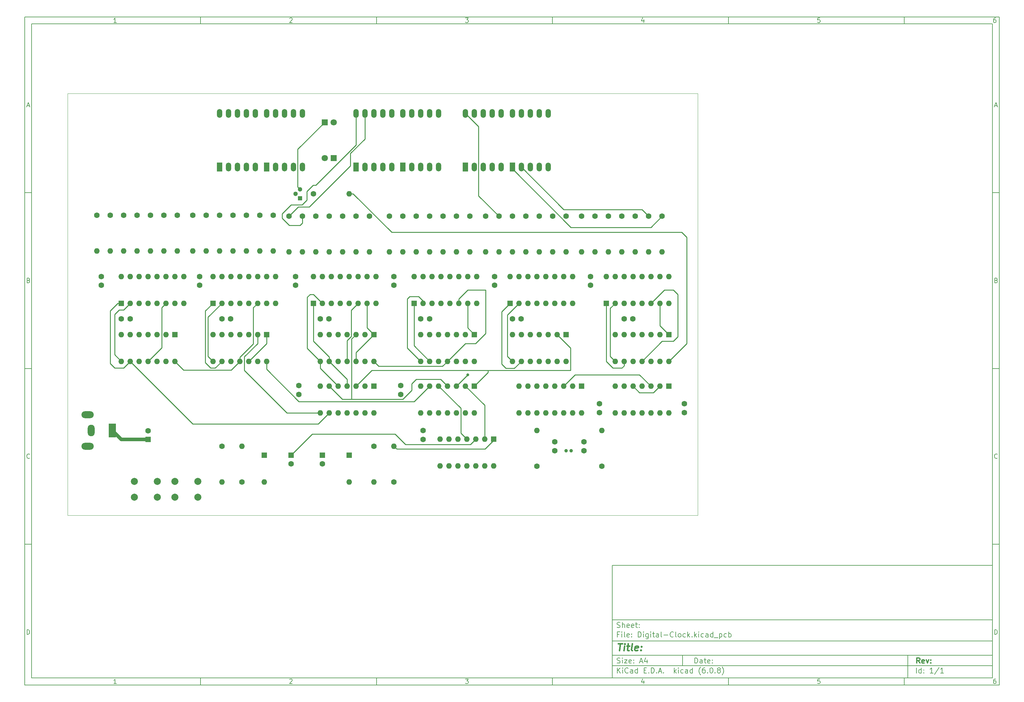
<source format=gbr>
G04 #@! TF.GenerationSoftware,KiCad,Pcbnew,(6.0.8)*
G04 #@! TF.CreationDate,2022-10-20T20:27:47+05:30*
G04 #@! TF.ProjectId,Digital-Clock,44696769-7461-46c2-9d43-6c6f636b2e6b,rev?*
G04 #@! TF.SameCoordinates,Original*
G04 #@! TF.FileFunction,Copper,L1,Top*
G04 #@! TF.FilePolarity,Positive*
%FSLAX46Y46*%
G04 Gerber Fmt 4.6, Leading zero omitted, Abs format (unit mm)*
G04 Created by KiCad (PCBNEW (6.0.8)) date 2022-10-20 20:27:47*
%MOMM*%
%LPD*%
G01*
G04 APERTURE LIST*
%ADD10C,0.100000*%
%ADD11C,0.150000*%
%ADD12C,0.300000*%
%ADD13C,0.400000*%
G04 #@! TA.AperFunction,Profile*
%ADD14C,0.050000*%
G04 #@! TD*
G04 #@! TA.AperFunction,ComponentPad*
%ADD15R,1.524000X2.524000*%
G04 #@! TD*
G04 #@! TA.AperFunction,ComponentPad*
%ADD16O,1.524000X2.524000*%
G04 #@! TD*
G04 #@! TA.AperFunction,ComponentPad*
%ADD17R,1.600000X1.600000*%
G04 #@! TD*
G04 #@! TA.AperFunction,ComponentPad*
%ADD18C,1.600000*%
G04 #@! TD*
G04 #@! TA.AperFunction,ComponentPad*
%ADD19O,1.600000X1.600000*%
G04 #@! TD*
G04 #@! TA.AperFunction,ComponentPad*
%ADD20R,1.800000X1.800000*%
G04 #@! TD*
G04 #@! TA.AperFunction,ComponentPad*
%ADD21C,1.800000*%
G04 #@! TD*
G04 #@! TA.AperFunction,ComponentPad*
%ADD22R,1.300000X1.300000*%
G04 #@! TD*
G04 #@! TA.AperFunction,ComponentPad*
%ADD23C,1.300000*%
G04 #@! TD*
G04 #@! TA.AperFunction,ComponentPad*
%ADD24C,2.000000*%
G04 #@! TD*
G04 #@! TA.AperFunction,ComponentPad*
%ADD25R,2.000000X4.000000*%
G04 #@! TD*
G04 #@! TA.AperFunction,ComponentPad*
%ADD26O,2.000000X3.300000*%
G04 #@! TD*
G04 #@! TA.AperFunction,ComponentPad*
%ADD27O,3.500000X2.000000*%
G04 #@! TD*
G04 #@! TA.AperFunction,ComponentPad*
%ADD28C,1.000000*%
G04 #@! TD*
G04 #@! TA.AperFunction,ViaPad*
%ADD29C,0.800000*%
G04 #@! TD*
G04 #@! TA.AperFunction,Conductor*
%ADD30C,0.250000*%
G04 #@! TD*
G04 #@! TA.AperFunction,Conductor*
%ADD31C,1.000000*%
G04 #@! TD*
G04 APERTURE END LIST*
D10*
D11*
X177002200Y-166007200D02*
X177002200Y-198007200D01*
X285002200Y-198007200D01*
X285002200Y-166007200D01*
X177002200Y-166007200D01*
D10*
D11*
X10000000Y-10000000D02*
X10000000Y-200007200D01*
X287002200Y-200007200D01*
X287002200Y-10000000D01*
X10000000Y-10000000D01*
D10*
D11*
X12000000Y-12000000D02*
X12000000Y-198007200D01*
X285002200Y-198007200D01*
X285002200Y-12000000D01*
X12000000Y-12000000D01*
D10*
D11*
X60000000Y-12000000D02*
X60000000Y-10000000D01*
D10*
D11*
X110000000Y-12000000D02*
X110000000Y-10000000D01*
D10*
D11*
X160000000Y-12000000D02*
X160000000Y-10000000D01*
D10*
D11*
X210000000Y-12000000D02*
X210000000Y-10000000D01*
D10*
D11*
X260000000Y-12000000D02*
X260000000Y-10000000D01*
D10*
D11*
X36065476Y-11588095D02*
X35322619Y-11588095D01*
X35694047Y-11588095D02*
X35694047Y-10288095D01*
X35570238Y-10473809D01*
X35446428Y-10597619D01*
X35322619Y-10659523D01*
D10*
D11*
X85322619Y-10411904D02*
X85384523Y-10350000D01*
X85508333Y-10288095D01*
X85817857Y-10288095D01*
X85941666Y-10350000D01*
X86003571Y-10411904D01*
X86065476Y-10535714D01*
X86065476Y-10659523D01*
X86003571Y-10845238D01*
X85260714Y-11588095D01*
X86065476Y-11588095D01*
D10*
D11*
X135260714Y-10288095D02*
X136065476Y-10288095D01*
X135632142Y-10783333D01*
X135817857Y-10783333D01*
X135941666Y-10845238D01*
X136003571Y-10907142D01*
X136065476Y-11030952D01*
X136065476Y-11340476D01*
X136003571Y-11464285D01*
X135941666Y-11526190D01*
X135817857Y-11588095D01*
X135446428Y-11588095D01*
X135322619Y-11526190D01*
X135260714Y-11464285D01*
D10*
D11*
X185941666Y-10721428D02*
X185941666Y-11588095D01*
X185632142Y-10226190D02*
X185322619Y-11154761D01*
X186127380Y-11154761D01*
D10*
D11*
X236003571Y-10288095D02*
X235384523Y-10288095D01*
X235322619Y-10907142D01*
X235384523Y-10845238D01*
X235508333Y-10783333D01*
X235817857Y-10783333D01*
X235941666Y-10845238D01*
X236003571Y-10907142D01*
X236065476Y-11030952D01*
X236065476Y-11340476D01*
X236003571Y-11464285D01*
X235941666Y-11526190D01*
X235817857Y-11588095D01*
X235508333Y-11588095D01*
X235384523Y-11526190D01*
X235322619Y-11464285D01*
D10*
D11*
X285941666Y-10288095D02*
X285694047Y-10288095D01*
X285570238Y-10350000D01*
X285508333Y-10411904D01*
X285384523Y-10597619D01*
X285322619Y-10845238D01*
X285322619Y-11340476D01*
X285384523Y-11464285D01*
X285446428Y-11526190D01*
X285570238Y-11588095D01*
X285817857Y-11588095D01*
X285941666Y-11526190D01*
X286003571Y-11464285D01*
X286065476Y-11340476D01*
X286065476Y-11030952D01*
X286003571Y-10907142D01*
X285941666Y-10845238D01*
X285817857Y-10783333D01*
X285570238Y-10783333D01*
X285446428Y-10845238D01*
X285384523Y-10907142D01*
X285322619Y-11030952D01*
D10*
D11*
X60000000Y-198007200D02*
X60000000Y-200007200D01*
D10*
D11*
X110000000Y-198007200D02*
X110000000Y-200007200D01*
D10*
D11*
X160000000Y-198007200D02*
X160000000Y-200007200D01*
D10*
D11*
X210000000Y-198007200D02*
X210000000Y-200007200D01*
D10*
D11*
X260000000Y-198007200D02*
X260000000Y-200007200D01*
D10*
D11*
X36065476Y-199595295D02*
X35322619Y-199595295D01*
X35694047Y-199595295D02*
X35694047Y-198295295D01*
X35570238Y-198481009D01*
X35446428Y-198604819D01*
X35322619Y-198666723D01*
D10*
D11*
X85322619Y-198419104D02*
X85384523Y-198357200D01*
X85508333Y-198295295D01*
X85817857Y-198295295D01*
X85941666Y-198357200D01*
X86003571Y-198419104D01*
X86065476Y-198542914D01*
X86065476Y-198666723D01*
X86003571Y-198852438D01*
X85260714Y-199595295D01*
X86065476Y-199595295D01*
D10*
D11*
X135260714Y-198295295D02*
X136065476Y-198295295D01*
X135632142Y-198790533D01*
X135817857Y-198790533D01*
X135941666Y-198852438D01*
X136003571Y-198914342D01*
X136065476Y-199038152D01*
X136065476Y-199347676D01*
X136003571Y-199471485D01*
X135941666Y-199533390D01*
X135817857Y-199595295D01*
X135446428Y-199595295D01*
X135322619Y-199533390D01*
X135260714Y-199471485D01*
D10*
D11*
X185941666Y-198728628D02*
X185941666Y-199595295D01*
X185632142Y-198233390D02*
X185322619Y-199161961D01*
X186127380Y-199161961D01*
D10*
D11*
X236003571Y-198295295D02*
X235384523Y-198295295D01*
X235322619Y-198914342D01*
X235384523Y-198852438D01*
X235508333Y-198790533D01*
X235817857Y-198790533D01*
X235941666Y-198852438D01*
X236003571Y-198914342D01*
X236065476Y-199038152D01*
X236065476Y-199347676D01*
X236003571Y-199471485D01*
X235941666Y-199533390D01*
X235817857Y-199595295D01*
X235508333Y-199595295D01*
X235384523Y-199533390D01*
X235322619Y-199471485D01*
D10*
D11*
X285941666Y-198295295D02*
X285694047Y-198295295D01*
X285570238Y-198357200D01*
X285508333Y-198419104D01*
X285384523Y-198604819D01*
X285322619Y-198852438D01*
X285322619Y-199347676D01*
X285384523Y-199471485D01*
X285446428Y-199533390D01*
X285570238Y-199595295D01*
X285817857Y-199595295D01*
X285941666Y-199533390D01*
X286003571Y-199471485D01*
X286065476Y-199347676D01*
X286065476Y-199038152D01*
X286003571Y-198914342D01*
X285941666Y-198852438D01*
X285817857Y-198790533D01*
X285570238Y-198790533D01*
X285446428Y-198852438D01*
X285384523Y-198914342D01*
X285322619Y-199038152D01*
D10*
D11*
X10000000Y-60000000D02*
X12000000Y-60000000D01*
D10*
D11*
X10000000Y-110000000D02*
X12000000Y-110000000D01*
D10*
D11*
X10000000Y-160000000D02*
X12000000Y-160000000D01*
D10*
D11*
X10690476Y-35216666D02*
X11309523Y-35216666D01*
X10566666Y-35588095D02*
X11000000Y-34288095D01*
X11433333Y-35588095D01*
D10*
D11*
X11092857Y-84907142D02*
X11278571Y-84969047D01*
X11340476Y-85030952D01*
X11402380Y-85154761D01*
X11402380Y-85340476D01*
X11340476Y-85464285D01*
X11278571Y-85526190D01*
X11154761Y-85588095D01*
X10659523Y-85588095D01*
X10659523Y-84288095D01*
X11092857Y-84288095D01*
X11216666Y-84350000D01*
X11278571Y-84411904D01*
X11340476Y-84535714D01*
X11340476Y-84659523D01*
X11278571Y-84783333D01*
X11216666Y-84845238D01*
X11092857Y-84907142D01*
X10659523Y-84907142D01*
D10*
D11*
X11402380Y-135464285D02*
X11340476Y-135526190D01*
X11154761Y-135588095D01*
X11030952Y-135588095D01*
X10845238Y-135526190D01*
X10721428Y-135402380D01*
X10659523Y-135278571D01*
X10597619Y-135030952D01*
X10597619Y-134845238D01*
X10659523Y-134597619D01*
X10721428Y-134473809D01*
X10845238Y-134350000D01*
X11030952Y-134288095D01*
X11154761Y-134288095D01*
X11340476Y-134350000D01*
X11402380Y-134411904D01*
D10*
D11*
X10659523Y-185588095D02*
X10659523Y-184288095D01*
X10969047Y-184288095D01*
X11154761Y-184350000D01*
X11278571Y-184473809D01*
X11340476Y-184597619D01*
X11402380Y-184845238D01*
X11402380Y-185030952D01*
X11340476Y-185278571D01*
X11278571Y-185402380D01*
X11154761Y-185526190D01*
X10969047Y-185588095D01*
X10659523Y-185588095D01*
D10*
D11*
X287002200Y-60000000D02*
X285002200Y-60000000D01*
D10*
D11*
X287002200Y-110000000D02*
X285002200Y-110000000D01*
D10*
D11*
X287002200Y-160000000D02*
X285002200Y-160000000D01*
D10*
D11*
X285692676Y-35216666D02*
X286311723Y-35216666D01*
X285568866Y-35588095D02*
X286002200Y-34288095D01*
X286435533Y-35588095D01*
D10*
D11*
X286095057Y-84907142D02*
X286280771Y-84969047D01*
X286342676Y-85030952D01*
X286404580Y-85154761D01*
X286404580Y-85340476D01*
X286342676Y-85464285D01*
X286280771Y-85526190D01*
X286156961Y-85588095D01*
X285661723Y-85588095D01*
X285661723Y-84288095D01*
X286095057Y-84288095D01*
X286218866Y-84350000D01*
X286280771Y-84411904D01*
X286342676Y-84535714D01*
X286342676Y-84659523D01*
X286280771Y-84783333D01*
X286218866Y-84845238D01*
X286095057Y-84907142D01*
X285661723Y-84907142D01*
D10*
D11*
X286404580Y-135464285D02*
X286342676Y-135526190D01*
X286156961Y-135588095D01*
X286033152Y-135588095D01*
X285847438Y-135526190D01*
X285723628Y-135402380D01*
X285661723Y-135278571D01*
X285599819Y-135030952D01*
X285599819Y-134845238D01*
X285661723Y-134597619D01*
X285723628Y-134473809D01*
X285847438Y-134350000D01*
X286033152Y-134288095D01*
X286156961Y-134288095D01*
X286342676Y-134350000D01*
X286404580Y-134411904D01*
D10*
D11*
X285661723Y-185588095D02*
X285661723Y-184288095D01*
X285971247Y-184288095D01*
X286156961Y-184350000D01*
X286280771Y-184473809D01*
X286342676Y-184597619D01*
X286404580Y-184845238D01*
X286404580Y-185030952D01*
X286342676Y-185278571D01*
X286280771Y-185402380D01*
X286156961Y-185526190D01*
X285971247Y-185588095D01*
X285661723Y-185588095D01*
D10*
D11*
X200434342Y-193785771D02*
X200434342Y-192285771D01*
X200791485Y-192285771D01*
X201005771Y-192357200D01*
X201148628Y-192500057D01*
X201220057Y-192642914D01*
X201291485Y-192928628D01*
X201291485Y-193142914D01*
X201220057Y-193428628D01*
X201148628Y-193571485D01*
X201005771Y-193714342D01*
X200791485Y-193785771D01*
X200434342Y-193785771D01*
X202577200Y-193785771D02*
X202577200Y-193000057D01*
X202505771Y-192857200D01*
X202362914Y-192785771D01*
X202077200Y-192785771D01*
X201934342Y-192857200D01*
X202577200Y-193714342D02*
X202434342Y-193785771D01*
X202077200Y-193785771D01*
X201934342Y-193714342D01*
X201862914Y-193571485D01*
X201862914Y-193428628D01*
X201934342Y-193285771D01*
X202077200Y-193214342D01*
X202434342Y-193214342D01*
X202577200Y-193142914D01*
X203077200Y-192785771D02*
X203648628Y-192785771D01*
X203291485Y-192285771D02*
X203291485Y-193571485D01*
X203362914Y-193714342D01*
X203505771Y-193785771D01*
X203648628Y-193785771D01*
X204720057Y-193714342D02*
X204577200Y-193785771D01*
X204291485Y-193785771D01*
X204148628Y-193714342D01*
X204077200Y-193571485D01*
X204077200Y-193000057D01*
X204148628Y-192857200D01*
X204291485Y-192785771D01*
X204577200Y-192785771D01*
X204720057Y-192857200D01*
X204791485Y-193000057D01*
X204791485Y-193142914D01*
X204077200Y-193285771D01*
X205434342Y-193642914D02*
X205505771Y-193714342D01*
X205434342Y-193785771D01*
X205362914Y-193714342D01*
X205434342Y-193642914D01*
X205434342Y-193785771D01*
X205434342Y-192857200D02*
X205505771Y-192928628D01*
X205434342Y-193000057D01*
X205362914Y-192928628D01*
X205434342Y-192857200D01*
X205434342Y-193000057D01*
D10*
D11*
X177002200Y-194507200D02*
X285002200Y-194507200D01*
D10*
D11*
X178434342Y-196585771D02*
X178434342Y-195085771D01*
X179291485Y-196585771D02*
X178648628Y-195728628D01*
X179291485Y-195085771D02*
X178434342Y-195942914D01*
X179934342Y-196585771D02*
X179934342Y-195585771D01*
X179934342Y-195085771D02*
X179862914Y-195157200D01*
X179934342Y-195228628D01*
X180005771Y-195157200D01*
X179934342Y-195085771D01*
X179934342Y-195228628D01*
X181505771Y-196442914D02*
X181434342Y-196514342D01*
X181220057Y-196585771D01*
X181077200Y-196585771D01*
X180862914Y-196514342D01*
X180720057Y-196371485D01*
X180648628Y-196228628D01*
X180577200Y-195942914D01*
X180577200Y-195728628D01*
X180648628Y-195442914D01*
X180720057Y-195300057D01*
X180862914Y-195157200D01*
X181077200Y-195085771D01*
X181220057Y-195085771D01*
X181434342Y-195157200D01*
X181505771Y-195228628D01*
X182791485Y-196585771D02*
X182791485Y-195800057D01*
X182720057Y-195657200D01*
X182577200Y-195585771D01*
X182291485Y-195585771D01*
X182148628Y-195657200D01*
X182791485Y-196514342D02*
X182648628Y-196585771D01*
X182291485Y-196585771D01*
X182148628Y-196514342D01*
X182077200Y-196371485D01*
X182077200Y-196228628D01*
X182148628Y-196085771D01*
X182291485Y-196014342D01*
X182648628Y-196014342D01*
X182791485Y-195942914D01*
X184148628Y-196585771D02*
X184148628Y-195085771D01*
X184148628Y-196514342D02*
X184005771Y-196585771D01*
X183720057Y-196585771D01*
X183577200Y-196514342D01*
X183505771Y-196442914D01*
X183434342Y-196300057D01*
X183434342Y-195871485D01*
X183505771Y-195728628D01*
X183577200Y-195657200D01*
X183720057Y-195585771D01*
X184005771Y-195585771D01*
X184148628Y-195657200D01*
X186005771Y-195800057D02*
X186505771Y-195800057D01*
X186720057Y-196585771D02*
X186005771Y-196585771D01*
X186005771Y-195085771D01*
X186720057Y-195085771D01*
X187362914Y-196442914D02*
X187434342Y-196514342D01*
X187362914Y-196585771D01*
X187291485Y-196514342D01*
X187362914Y-196442914D01*
X187362914Y-196585771D01*
X188077200Y-196585771D02*
X188077200Y-195085771D01*
X188434342Y-195085771D01*
X188648628Y-195157200D01*
X188791485Y-195300057D01*
X188862914Y-195442914D01*
X188934342Y-195728628D01*
X188934342Y-195942914D01*
X188862914Y-196228628D01*
X188791485Y-196371485D01*
X188648628Y-196514342D01*
X188434342Y-196585771D01*
X188077200Y-196585771D01*
X189577200Y-196442914D02*
X189648628Y-196514342D01*
X189577200Y-196585771D01*
X189505771Y-196514342D01*
X189577200Y-196442914D01*
X189577200Y-196585771D01*
X190220057Y-196157200D02*
X190934342Y-196157200D01*
X190077200Y-196585771D02*
X190577200Y-195085771D01*
X191077200Y-196585771D01*
X191577200Y-196442914D02*
X191648628Y-196514342D01*
X191577200Y-196585771D01*
X191505771Y-196514342D01*
X191577200Y-196442914D01*
X191577200Y-196585771D01*
X194577200Y-196585771D02*
X194577200Y-195085771D01*
X194720057Y-196014342D02*
X195148628Y-196585771D01*
X195148628Y-195585771D02*
X194577200Y-196157200D01*
X195791485Y-196585771D02*
X195791485Y-195585771D01*
X195791485Y-195085771D02*
X195720057Y-195157200D01*
X195791485Y-195228628D01*
X195862914Y-195157200D01*
X195791485Y-195085771D01*
X195791485Y-195228628D01*
X197148628Y-196514342D02*
X197005771Y-196585771D01*
X196720057Y-196585771D01*
X196577200Y-196514342D01*
X196505771Y-196442914D01*
X196434342Y-196300057D01*
X196434342Y-195871485D01*
X196505771Y-195728628D01*
X196577200Y-195657200D01*
X196720057Y-195585771D01*
X197005771Y-195585771D01*
X197148628Y-195657200D01*
X198434342Y-196585771D02*
X198434342Y-195800057D01*
X198362914Y-195657200D01*
X198220057Y-195585771D01*
X197934342Y-195585771D01*
X197791485Y-195657200D01*
X198434342Y-196514342D02*
X198291485Y-196585771D01*
X197934342Y-196585771D01*
X197791485Y-196514342D01*
X197720057Y-196371485D01*
X197720057Y-196228628D01*
X197791485Y-196085771D01*
X197934342Y-196014342D01*
X198291485Y-196014342D01*
X198434342Y-195942914D01*
X199791485Y-196585771D02*
X199791485Y-195085771D01*
X199791485Y-196514342D02*
X199648628Y-196585771D01*
X199362914Y-196585771D01*
X199220057Y-196514342D01*
X199148628Y-196442914D01*
X199077200Y-196300057D01*
X199077200Y-195871485D01*
X199148628Y-195728628D01*
X199220057Y-195657200D01*
X199362914Y-195585771D01*
X199648628Y-195585771D01*
X199791485Y-195657200D01*
X202077200Y-197157200D02*
X202005771Y-197085771D01*
X201862914Y-196871485D01*
X201791485Y-196728628D01*
X201720057Y-196514342D01*
X201648628Y-196157200D01*
X201648628Y-195871485D01*
X201720057Y-195514342D01*
X201791485Y-195300057D01*
X201862914Y-195157200D01*
X202005771Y-194942914D01*
X202077200Y-194871485D01*
X203291485Y-195085771D02*
X203005771Y-195085771D01*
X202862914Y-195157200D01*
X202791485Y-195228628D01*
X202648628Y-195442914D01*
X202577200Y-195728628D01*
X202577200Y-196300057D01*
X202648628Y-196442914D01*
X202720057Y-196514342D01*
X202862914Y-196585771D01*
X203148628Y-196585771D01*
X203291485Y-196514342D01*
X203362914Y-196442914D01*
X203434342Y-196300057D01*
X203434342Y-195942914D01*
X203362914Y-195800057D01*
X203291485Y-195728628D01*
X203148628Y-195657200D01*
X202862914Y-195657200D01*
X202720057Y-195728628D01*
X202648628Y-195800057D01*
X202577200Y-195942914D01*
X204077200Y-196442914D02*
X204148628Y-196514342D01*
X204077200Y-196585771D01*
X204005771Y-196514342D01*
X204077200Y-196442914D01*
X204077200Y-196585771D01*
X205077200Y-195085771D02*
X205220057Y-195085771D01*
X205362914Y-195157200D01*
X205434342Y-195228628D01*
X205505771Y-195371485D01*
X205577200Y-195657200D01*
X205577200Y-196014342D01*
X205505771Y-196300057D01*
X205434342Y-196442914D01*
X205362914Y-196514342D01*
X205220057Y-196585771D01*
X205077200Y-196585771D01*
X204934342Y-196514342D01*
X204862914Y-196442914D01*
X204791485Y-196300057D01*
X204720057Y-196014342D01*
X204720057Y-195657200D01*
X204791485Y-195371485D01*
X204862914Y-195228628D01*
X204934342Y-195157200D01*
X205077200Y-195085771D01*
X206220057Y-196442914D02*
X206291485Y-196514342D01*
X206220057Y-196585771D01*
X206148628Y-196514342D01*
X206220057Y-196442914D01*
X206220057Y-196585771D01*
X207148628Y-195728628D02*
X207005771Y-195657200D01*
X206934342Y-195585771D01*
X206862914Y-195442914D01*
X206862914Y-195371485D01*
X206934342Y-195228628D01*
X207005771Y-195157200D01*
X207148628Y-195085771D01*
X207434342Y-195085771D01*
X207577200Y-195157200D01*
X207648628Y-195228628D01*
X207720057Y-195371485D01*
X207720057Y-195442914D01*
X207648628Y-195585771D01*
X207577200Y-195657200D01*
X207434342Y-195728628D01*
X207148628Y-195728628D01*
X207005771Y-195800057D01*
X206934342Y-195871485D01*
X206862914Y-196014342D01*
X206862914Y-196300057D01*
X206934342Y-196442914D01*
X207005771Y-196514342D01*
X207148628Y-196585771D01*
X207434342Y-196585771D01*
X207577200Y-196514342D01*
X207648628Y-196442914D01*
X207720057Y-196300057D01*
X207720057Y-196014342D01*
X207648628Y-195871485D01*
X207577200Y-195800057D01*
X207434342Y-195728628D01*
X208220057Y-197157200D02*
X208291485Y-197085771D01*
X208434342Y-196871485D01*
X208505771Y-196728628D01*
X208577200Y-196514342D01*
X208648628Y-196157200D01*
X208648628Y-195871485D01*
X208577200Y-195514342D01*
X208505771Y-195300057D01*
X208434342Y-195157200D01*
X208291485Y-194942914D01*
X208220057Y-194871485D01*
D10*
D11*
X177002200Y-191507200D02*
X285002200Y-191507200D01*
D10*
D12*
X264411485Y-193785771D02*
X263911485Y-193071485D01*
X263554342Y-193785771D02*
X263554342Y-192285771D01*
X264125771Y-192285771D01*
X264268628Y-192357200D01*
X264340057Y-192428628D01*
X264411485Y-192571485D01*
X264411485Y-192785771D01*
X264340057Y-192928628D01*
X264268628Y-193000057D01*
X264125771Y-193071485D01*
X263554342Y-193071485D01*
X265625771Y-193714342D02*
X265482914Y-193785771D01*
X265197200Y-193785771D01*
X265054342Y-193714342D01*
X264982914Y-193571485D01*
X264982914Y-193000057D01*
X265054342Y-192857200D01*
X265197200Y-192785771D01*
X265482914Y-192785771D01*
X265625771Y-192857200D01*
X265697200Y-193000057D01*
X265697200Y-193142914D01*
X264982914Y-193285771D01*
X266197200Y-192785771D02*
X266554342Y-193785771D01*
X266911485Y-192785771D01*
X267482914Y-193642914D02*
X267554342Y-193714342D01*
X267482914Y-193785771D01*
X267411485Y-193714342D01*
X267482914Y-193642914D01*
X267482914Y-193785771D01*
X267482914Y-192857200D02*
X267554342Y-192928628D01*
X267482914Y-193000057D01*
X267411485Y-192928628D01*
X267482914Y-192857200D01*
X267482914Y-193000057D01*
D10*
D11*
X178362914Y-193714342D02*
X178577200Y-193785771D01*
X178934342Y-193785771D01*
X179077200Y-193714342D01*
X179148628Y-193642914D01*
X179220057Y-193500057D01*
X179220057Y-193357200D01*
X179148628Y-193214342D01*
X179077200Y-193142914D01*
X178934342Y-193071485D01*
X178648628Y-193000057D01*
X178505771Y-192928628D01*
X178434342Y-192857200D01*
X178362914Y-192714342D01*
X178362914Y-192571485D01*
X178434342Y-192428628D01*
X178505771Y-192357200D01*
X178648628Y-192285771D01*
X179005771Y-192285771D01*
X179220057Y-192357200D01*
X179862914Y-193785771D02*
X179862914Y-192785771D01*
X179862914Y-192285771D02*
X179791485Y-192357200D01*
X179862914Y-192428628D01*
X179934342Y-192357200D01*
X179862914Y-192285771D01*
X179862914Y-192428628D01*
X180434342Y-192785771D02*
X181220057Y-192785771D01*
X180434342Y-193785771D01*
X181220057Y-193785771D01*
X182362914Y-193714342D02*
X182220057Y-193785771D01*
X181934342Y-193785771D01*
X181791485Y-193714342D01*
X181720057Y-193571485D01*
X181720057Y-193000057D01*
X181791485Y-192857200D01*
X181934342Y-192785771D01*
X182220057Y-192785771D01*
X182362914Y-192857200D01*
X182434342Y-193000057D01*
X182434342Y-193142914D01*
X181720057Y-193285771D01*
X183077200Y-193642914D02*
X183148628Y-193714342D01*
X183077200Y-193785771D01*
X183005771Y-193714342D01*
X183077200Y-193642914D01*
X183077200Y-193785771D01*
X183077200Y-192857200D02*
X183148628Y-192928628D01*
X183077200Y-193000057D01*
X183005771Y-192928628D01*
X183077200Y-192857200D01*
X183077200Y-193000057D01*
X184862914Y-193357200D02*
X185577200Y-193357200D01*
X184720057Y-193785771D02*
X185220057Y-192285771D01*
X185720057Y-193785771D01*
X186862914Y-192785771D02*
X186862914Y-193785771D01*
X186505771Y-192214342D02*
X186148628Y-193285771D01*
X187077200Y-193285771D01*
D10*
D11*
X263434342Y-196585771D02*
X263434342Y-195085771D01*
X264791485Y-196585771D02*
X264791485Y-195085771D01*
X264791485Y-196514342D02*
X264648628Y-196585771D01*
X264362914Y-196585771D01*
X264220057Y-196514342D01*
X264148628Y-196442914D01*
X264077200Y-196300057D01*
X264077200Y-195871485D01*
X264148628Y-195728628D01*
X264220057Y-195657200D01*
X264362914Y-195585771D01*
X264648628Y-195585771D01*
X264791485Y-195657200D01*
X265505771Y-196442914D02*
X265577200Y-196514342D01*
X265505771Y-196585771D01*
X265434342Y-196514342D01*
X265505771Y-196442914D01*
X265505771Y-196585771D01*
X265505771Y-195657200D02*
X265577200Y-195728628D01*
X265505771Y-195800057D01*
X265434342Y-195728628D01*
X265505771Y-195657200D01*
X265505771Y-195800057D01*
X268148628Y-196585771D02*
X267291485Y-196585771D01*
X267720057Y-196585771D02*
X267720057Y-195085771D01*
X267577200Y-195300057D01*
X267434342Y-195442914D01*
X267291485Y-195514342D01*
X269862914Y-195014342D02*
X268577200Y-196942914D01*
X271148628Y-196585771D02*
X270291485Y-196585771D01*
X270720057Y-196585771D02*
X270720057Y-195085771D01*
X270577200Y-195300057D01*
X270434342Y-195442914D01*
X270291485Y-195514342D01*
D10*
D11*
X177002200Y-187507200D02*
X285002200Y-187507200D01*
D10*
D13*
X178714580Y-188211961D02*
X179857438Y-188211961D01*
X179036009Y-190211961D02*
X179286009Y-188211961D01*
X180274104Y-190211961D02*
X180440771Y-188878628D01*
X180524104Y-188211961D02*
X180416961Y-188307200D01*
X180500295Y-188402438D01*
X180607438Y-188307200D01*
X180524104Y-188211961D01*
X180500295Y-188402438D01*
X181107438Y-188878628D02*
X181869342Y-188878628D01*
X181476485Y-188211961D02*
X181262200Y-189926247D01*
X181333628Y-190116723D01*
X181512200Y-190211961D01*
X181702676Y-190211961D01*
X182655057Y-190211961D02*
X182476485Y-190116723D01*
X182405057Y-189926247D01*
X182619342Y-188211961D01*
X184190771Y-190116723D02*
X183988390Y-190211961D01*
X183607438Y-190211961D01*
X183428866Y-190116723D01*
X183357438Y-189926247D01*
X183452676Y-189164342D01*
X183571723Y-188973866D01*
X183774104Y-188878628D01*
X184155057Y-188878628D01*
X184333628Y-188973866D01*
X184405057Y-189164342D01*
X184381247Y-189354819D01*
X183405057Y-189545295D01*
X185155057Y-190021485D02*
X185238390Y-190116723D01*
X185131247Y-190211961D01*
X185047914Y-190116723D01*
X185155057Y-190021485D01*
X185131247Y-190211961D01*
X185286009Y-188973866D02*
X185369342Y-189069104D01*
X185262200Y-189164342D01*
X185178866Y-189069104D01*
X185286009Y-188973866D01*
X185262200Y-189164342D01*
D10*
D11*
X178934342Y-185600057D02*
X178434342Y-185600057D01*
X178434342Y-186385771D02*
X178434342Y-184885771D01*
X179148628Y-184885771D01*
X179720057Y-186385771D02*
X179720057Y-185385771D01*
X179720057Y-184885771D02*
X179648628Y-184957200D01*
X179720057Y-185028628D01*
X179791485Y-184957200D01*
X179720057Y-184885771D01*
X179720057Y-185028628D01*
X180648628Y-186385771D02*
X180505771Y-186314342D01*
X180434342Y-186171485D01*
X180434342Y-184885771D01*
X181791485Y-186314342D02*
X181648628Y-186385771D01*
X181362914Y-186385771D01*
X181220057Y-186314342D01*
X181148628Y-186171485D01*
X181148628Y-185600057D01*
X181220057Y-185457200D01*
X181362914Y-185385771D01*
X181648628Y-185385771D01*
X181791485Y-185457200D01*
X181862914Y-185600057D01*
X181862914Y-185742914D01*
X181148628Y-185885771D01*
X182505771Y-186242914D02*
X182577200Y-186314342D01*
X182505771Y-186385771D01*
X182434342Y-186314342D01*
X182505771Y-186242914D01*
X182505771Y-186385771D01*
X182505771Y-185457200D02*
X182577200Y-185528628D01*
X182505771Y-185600057D01*
X182434342Y-185528628D01*
X182505771Y-185457200D01*
X182505771Y-185600057D01*
X184362914Y-186385771D02*
X184362914Y-184885771D01*
X184720057Y-184885771D01*
X184934342Y-184957200D01*
X185077200Y-185100057D01*
X185148628Y-185242914D01*
X185220057Y-185528628D01*
X185220057Y-185742914D01*
X185148628Y-186028628D01*
X185077200Y-186171485D01*
X184934342Y-186314342D01*
X184720057Y-186385771D01*
X184362914Y-186385771D01*
X185862914Y-186385771D02*
X185862914Y-185385771D01*
X185862914Y-184885771D02*
X185791485Y-184957200D01*
X185862914Y-185028628D01*
X185934342Y-184957200D01*
X185862914Y-184885771D01*
X185862914Y-185028628D01*
X187220057Y-185385771D02*
X187220057Y-186600057D01*
X187148628Y-186742914D01*
X187077200Y-186814342D01*
X186934342Y-186885771D01*
X186720057Y-186885771D01*
X186577200Y-186814342D01*
X187220057Y-186314342D02*
X187077200Y-186385771D01*
X186791485Y-186385771D01*
X186648628Y-186314342D01*
X186577200Y-186242914D01*
X186505771Y-186100057D01*
X186505771Y-185671485D01*
X186577200Y-185528628D01*
X186648628Y-185457200D01*
X186791485Y-185385771D01*
X187077200Y-185385771D01*
X187220057Y-185457200D01*
X187934342Y-186385771D02*
X187934342Y-185385771D01*
X187934342Y-184885771D02*
X187862914Y-184957200D01*
X187934342Y-185028628D01*
X188005771Y-184957200D01*
X187934342Y-184885771D01*
X187934342Y-185028628D01*
X188434342Y-185385771D02*
X189005771Y-185385771D01*
X188648628Y-184885771D02*
X188648628Y-186171485D01*
X188720057Y-186314342D01*
X188862914Y-186385771D01*
X189005771Y-186385771D01*
X190148628Y-186385771D02*
X190148628Y-185600057D01*
X190077200Y-185457200D01*
X189934342Y-185385771D01*
X189648628Y-185385771D01*
X189505771Y-185457200D01*
X190148628Y-186314342D02*
X190005771Y-186385771D01*
X189648628Y-186385771D01*
X189505771Y-186314342D01*
X189434342Y-186171485D01*
X189434342Y-186028628D01*
X189505771Y-185885771D01*
X189648628Y-185814342D01*
X190005771Y-185814342D01*
X190148628Y-185742914D01*
X191077200Y-186385771D02*
X190934342Y-186314342D01*
X190862914Y-186171485D01*
X190862914Y-184885771D01*
X191648628Y-185814342D02*
X192791485Y-185814342D01*
X194362914Y-186242914D02*
X194291485Y-186314342D01*
X194077200Y-186385771D01*
X193934342Y-186385771D01*
X193720057Y-186314342D01*
X193577200Y-186171485D01*
X193505771Y-186028628D01*
X193434342Y-185742914D01*
X193434342Y-185528628D01*
X193505771Y-185242914D01*
X193577200Y-185100057D01*
X193720057Y-184957200D01*
X193934342Y-184885771D01*
X194077200Y-184885771D01*
X194291485Y-184957200D01*
X194362914Y-185028628D01*
X195220057Y-186385771D02*
X195077200Y-186314342D01*
X195005771Y-186171485D01*
X195005771Y-184885771D01*
X196005771Y-186385771D02*
X195862914Y-186314342D01*
X195791485Y-186242914D01*
X195720057Y-186100057D01*
X195720057Y-185671485D01*
X195791485Y-185528628D01*
X195862914Y-185457200D01*
X196005771Y-185385771D01*
X196220057Y-185385771D01*
X196362914Y-185457200D01*
X196434342Y-185528628D01*
X196505771Y-185671485D01*
X196505771Y-186100057D01*
X196434342Y-186242914D01*
X196362914Y-186314342D01*
X196220057Y-186385771D01*
X196005771Y-186385771D01*
X197791485Y-186314342D02*
X197648628Y-186385771D01*
X197362914Y-186385771D01*
X197220057Y-186314342D01*
X197148628Y-186242914D01*
X197077200Y-186100057D01*
X197077200Y-185671485D01*
X197148628Y-185528628D01*
X197220057Y-185457200D01*
X197362914Y-185385771D01*
X197648628Y-185385771D01*
X197791485Y-185457200D01*
X198434342Y-186385771D02*
X198434342Y-184885771D01*
X198577200Y-185814342D02*
X199005771Y-186385771D01*
X199005771Y-185385771D02*
X198434342Y-185957200D01*
X199648628Y-186242914D02*
X199720057Y-186314342D01*
X199648628Y-186385771D01*
X199577200Y-186314342D01*
X199648628Y-186242914D01*
X199648628Y-186385771D01*
X200362914Y-186385771D02*
X200362914Y-184885771D01*
X200505771Y-185814342D02*
X200934342Y-186385771D01*
X200934342Y-185385771D02*
X200362914Y-185957200D01*
X201577200Y-186385771D02*
X201577200Y-185385771D01*
X201577200Y-184885771D02*
X201505771Y-184957200D01*
X201577200Y-185028628D01*
X201648628Y-184957200D01*
X201577200Y-184885771D01*
X201577200Y-185028628D01*
X202934342Y-186314342D02*
X202791485Y-186385771D01*
X202505771Y-186385771D01*
X202362914Y-186314342D01*
X202291485Y-186242914D01*
X202220057Y-186100057D01*
X202220057Y-185671485D01*
X202291485Y-185528628D01*
X202362914Y-185457200D01*
X202505771Y-185385771D01*
X202791485Y-185385771D01*
X202934342Y-185457200D01*
X204220057Y-186385771D02*
X204220057Y-185600057D01*
X204148628Y-185457200D01*
X204005771Y-185385771D01*
X203720057Y-185385771D01*
X203577200Y-185457200D01*
X204220057Y-186314342D02*
X204077200Y-186385771D01*
X203720057Y-186385771D01*
X203577200Y-186314342D01*
X203505771Y-186171485D01*
X203505771Y-186028628D01*
X203577200Y-185885771D01*
X203720057Y-185814342D01*
X204077200Y-185814342D01*
X204220057Y-185742914D01*
X205577200Y-186385771D02*
X205577200Y-184885771D01*
X205577200Y-186314342D02*
X205434342Y-186385771D01*
X205148628Y-186385771D01*
X205005771Y-186314342D01*
X204934342Y-186242914D01*
X204862914Y-186100057D01*
X204862914Y-185671485D01*
X204934342Y-185528628D01*
X205005771Y-185457200D01*
X205148628Y-185385771D01*
X205434342Y-185385771D01*
X205577200Y-185457200D01*
X205934342Y-186528628D02*
X207077200Y-186528628D01*
X207434342Y-185385771D02*
X207434342Y-186885771D01*
X207434342Y-185457200D02*
X207577200Y-185385771D01*
X207862914Y-185385771D01*
X208005771Y-185457200D01*
X208077200Y-185528628D01*
X208148628Y-185671485D01*
X208148628Y-186100057D01*
X208077200Y-186242914D01*
X208005771Y-186314342D01*
X207862914Y-186385771D01*
X207577200Y-186385771D01*
X207434342Y-186314342D01*
X209434342Y-186314342D02*
X209291485Y-186385771D01*
X209005771Y-186385771D01*
X208862914Y-186314342D01*
X208791485Y-186242914D01*
X208720057Y-186100057D01*
X208720057Y-185671485D01*
X208791485Y-185528628D01*
X208862914Y-185457200D01*
X209005771Y-185385771D01*
X209291485Y-185385771D01*
X209434342Y-185457200D01*
X210077200Y-186385771D02*
X210077200Y-184885771D01*
X210077200Y-185457200D02*
X210220057Y-185385771D01*
X210505771Y-185385771D01*
X210648628Y-185457200D01*
X210720057Y-185528628D01*
X210791485Y-185671485D01*
X210791485Y-186100057D01*
X210720057Y-186242914D01*
X210648628Y-186314342D01*
X210505771Y-186385771D01*
X210220057Y-186385771D01*
X210077200Y-186314342D01*
D10*
D11*
X177002200Y-181507200D02*
X285002200Y-181507200D01*
D10*
D11*
X178362914Y-183614342D02*
X178577200Y-183685771D01*
X178934342Y-183685771D01*
X179077200Y-183614342D01*
X179148628Y-183542914D01*
X179220057Y-183400057D01*
X179220057Y-183257200D01*
X179148628Y-183114342D01*
X179077200Y-183042914D01*
X178934342Y-182971485D01*
X178648628Y-182900057D01*
X178505771Y-182828628D01*
X178434342Y-182757200D01*
X178362914Y-182614342D01*
X178362914Y-182471485D01*
X178434342Y-182328628D01*
X178505771Y-182257200D01*
X178648628Y-182185771D01*
X179005771Y-182185771D01*
X179220057Y-182257200D01*
X179862914Y-183685771D02*
X179862914Y-182185771D01*
X180505771Y-183685771D02*
X180505771Y-182900057D01*
X180434342Y-182757200D01*
X180291485Y-182685771D01*
X180077200Y-182685771D01*
X179934342Y-182757200D01*
X179862914Y-182828628D01*
X181791485Y-183614342D02*
X181648628Y-183685771D01*
X181362914Y-183685771D01*
X181220057Y-183614342D01*
X181148628Y-183471485D01*
X181148628Y-182900057D01*
X181220057Y-182757200D01*
X181362914Y-182685771D01*
X181648628Y-182685771D01*
X181791485Y-182757200D01*
X181862914Y-182900057D01*
X181862914Y-183042914D01*
X181148628Y-183185771D01*
X183077200Y-183614342D02*
X182934342Y-183685771D01*
X182648628Y-183685771D01*
X182505771Y-183614342D01*
X182434342Y-183471485D01*
X182434342Y-182900057D01*
X182505771Y-182757200D01*
X182648628Y-182685771D01*
X182934342Y-182685771D01*
X183077200Y-182757200D01*
X183148628Y-182900057D01*
X183148628Y-183042914D01*
X182434342Y-183185771D01*
X183577200Y-182685771D02*
X184148628Y-182685771D01*
X183791485Y-182185771D02*
X183791485Y-183471485D01*
X183862914Y-183614342D01*
X184005771Y-183685771D01*
X184148628Y-183685771D01*
X184648628Y-183542914D02*
X184720057Y-183614342D01*
X184648628Y-183685771D01*
X184577200Y-183614342D01*
X184648628Y-183542914D01*
X184648628Y-183685771D01*
X184648628Y-182757200D02*
X184720057Y-182828628D01*
X184648628Y-182900057D01*
X184577200Y-182828628D01*
X184648628Y-182757200D01*
X184648628Y-182900057D01*
D10*
D12*
D10*
D11*
D10*
D11*
D10*
D11*
D10*
D11*
D10*
D11*
X197002200Y-191507200D02*
X197002200Y-194507200D01*
D10*
D11*
X261002200Y-191507200D02*
X261002200Y-198007200D01*
D14*
X22225000Y-33655000D02*
X22225000Y-133350000D01*
X22225000Y-151765000D02*
X201295000Y-151765000D01*
X22225000Y-31750000D02*
X22225000Y-33655000D01*
X201295000Y-41910000D02*
X201295000Y-31750000D01*
X22225000Y-133350000D02*
X22225000Y-151765000D01*
X201295000Y-31750000D02*
X22225000Y-31750000D01*
X201295000Y-151765000D02*
X201295000Y-41910000D01*
D15*
X148590000Y-52705000D03*
D16*
X151130000Y-52705000D03*
X153670000Y-52705000D03*
X156210000Y-52705000D03*
X158750000Y-52705000D03*
X158750000Y-37465000D03*
X156210000Y-37465000D03*
X153670000Y-37465000D03*
X151130000Y-37465000D03*
X148590000Y-37465000D03*
D15*
X135255000Y-52705000D03*
D16*
X137795000Y-52705000D03*
X140335000Y-52705000D03*
X142875000Y-52705000D03*
X145415000Y-52705000D03*
X145415000Y-37465000D03*
X142875000Y-37465000D03*
X140335000Y-37465000D03*
X137795000Y-37465000D03*
X135255000Y-37465000D03*
D15*
X117475000Y-52705000D03*
D16*
X120015000Y-52705000D03*
X122555000Y-52705000D03*
X125095000Y-52705000D03*
X127635000Y-52705000D03*
X127635000Y-37465000D03*
X125095000Y-37465000D03*
X122555000Y-37465000D03*
X120015000Y-37465000D03*
X117475000Y-37465000D03*
D15*
X104140000Y-52705000D03*
D16*
X106680000Y-52705000D03*
X109220000Y-52705000D03*
X111760000Y-52705000D03*
X114300000Y-52705000D03*
X114300000Y-37465000D03*
X111760000Y-37465000D03*
X109220000Y-37465000D03*
X106680000Y-37465000D03*
X104140000Y-37465000D03*
D17*
X94615000Y-134620000D03*
D18*
X94615000Y-137120000D03*
D17*
X85725000Y-134620000D03*
D18*
X85725000Y-137120000D03*
D17*
X102235000Y-134620000D03*
D19*
X102235000Y-142240000D03*
D17*
X78105000Y-134620000D03*
D19*
X78105000Y-142240000D03*
D20*
X95250000Y-40005000D03*
D21*
X97790000Y-40005000D03*
D20*
X97790000Y-50165000D03*
D21*
X95250000Y-50165000D03*
D18*
X173990000Y-137795000D03*
D19*
X173990000Y-127635000D03*
D18*
X155575000Y-137795000D03*
D19*
X155575000Y-127635000D03*
D18*
X114935000Y-142240000D03*
D19*
X114935000Y-132080000D03*
D18*
X109220000Y-132080000D03*
D19*
X109220000Y-142240000D03*
D18*
X71755000Y-142240000D03*
D19*
X71755000Y-132080000D03*
D18*
X66040000Y-132080000D03*
D19*
X66040000Y-142240000D03*
D18*
X175895000Y-66675000D03*
D19*
X175895000Y-76835000D03*
D18*
X179705000Y-66675000D03*
D19*
X179705000Y-76835000D03*
D18*
X183515000Y-66675000D03*
D19*
X183515000Y-76835000D03*
D18*
X187325000Y-66675000D03*
D19*
X187325000Y-76835000D03*
D18*
X191135000Y-66675000D03*
D19*
X191135000Y-76835000D03*
D18*
X168275000Y-66675000D03*
D19*
X168275000Y-76835000D03*
D18*
X163830000Y-66675000D03*
D19*
X163830000Y-76835000D03*
D18*
X140970000Y-66675000D03*
D19*
X140970000Y-76835000D03*
D18*
X121285000Y-66675000D03*
D19*
X121285000Y-76835000D03*
D18*
X125095000Y-66675000D03*
D19*
X125095000Y-76835000D03*
D18*
X128905000Y-66675000D03*
D19*
X128905000Y-76835000D03*
D18*
X132715000Y-66675000D03*
D19*
X132715000Y-76835000D03*
D18*
X136525000Y-66675000D03*
D19*
X136525000Y-76835000D03*
D18*
X113665000Y-66675000D03*
D19*
X113665000Y-76835000D03*
D18*
X117475000Y-66675000D03*
D19*
X117475000Y-76835000D03*
D18*
X92710000Y-66675000D03*
D19*
X92710000Y-76835000D03*
D18*
X96520000Y-66675000D03*
D19*
X96520000Y-76835000D03*
D18*
X100330000Y-66675000D03*
D19*
X100330000Y-76835000D03*
D18*
X104140000Y-66675000D03*
D19*
X104140000Y-76835000D03*
D18*
X85090000Y-66675000D03*
D19*
X85090000Y-76835000D03*
D18*
X88900000Y-66675000D03*
D19*
X88900000Y-76835000D03*
D18*
X34290000Y-66422749D03*
D19*
X34290000Y-76582749D03*
D22*
X88265000Y-61595000D03*
D23*
X86995000Y-60325000D03*
X88265000Y-59055000D03*
D17*
X168275000Y-115000000D03*
D19*
X165735000Y-115000000D03*
X163195000Y-115000000D03*
X160655000Y-115000000D03*
X158115000Y-115000000D03*
X155575000Y-115000000D03*
X153035000Y-115000000D03*
X150495000Y-115000000D03*
X150495000Y-122620000D03*
X153035000Y-122620000D03*
X155575000Y-122620000D03*
X158115000Y-122620000D03*
X160655000Y-122620000D03*
X163195000Y-122620000D03*
X165735000Y-122620000D03*
X168275000Y-122620000D03*
D17*
X193040000Y-115000000D03*
D19*
X190500000Y-115000000D03*
X187960000Y-115000000D03*
X185420000Y-115000000D03*
X182880000Y-115000000D03*
X180340000Y-115000000D03*
X177800000Y-115000000D03*
X177800000Y-122620000D03*
X180340000Y-122620000D03*
X182880000Y-122620000D03*
X185420000Y-122620000D03*
X187960000Y-122620000D03*
X190500000Y-122620000D03*
X193040000Y-122620000D03*
D17*
X193040000Y-100330000D03*
D19*
X190500000Y-100330000D03*
X187960000Y-100330000D03*
X185420000Y-100330000D03*
X182880000Y-100330000D03*
X180340000Y-100330000D03*
X177800000Y-100330000D03*
X177800000Y-107950000D03*
X180340000Y-107950000D03*
X182880000Y-107950000D03*
X185420000Y-107950000D03*
X187960000Y-107950000D03*
X190500000Y-107950000D03*
X193040000Y-107950000D03*
D17*
X175260000Y-91440000D03*
D19*
X177800000Y-91440000D03*
X180340000Y-91440000D03*
X182880000Y-91440000D03*
X185420000Y-91440000D03*
X187960000Y-91440000D03*
X190500000Y-91440000D03*
X193040000Y-91440000D03*
X193040000Y-83820000D03*
X190500000Y-83820000D03*
X187960000Y-83820000D03*
X185420000Y-83820000D03*
X182880000Y-83820000D03*
X180340000Y-83820000D03*
X177800000Y-83820000D03*
X175260000Y-83820000D03*
D17*
X137795000Y-100330000D03*
D19*
X135255000Y-100330000D03*
X132715000Y-100330000D03*
X130175000Y-100330000D03*
X127635000Y-100330000D03*
X125095000Y-100330000D03*
X122555000Y-100330000D03*
X122555000Y-107950000D03*
X125095000Y-107950000D03*
X127635000Y-107950000D03*
X130175000Y-107950000D03*
X132715000Y-107950000D03*
X135255000Y-107950000D03*
X137795000Y-107950000D03*
D17*
X120650000Y-91440000D03*
D19*
X123190000Y-91440000D03*
X125730000Y-91440000D03*
X128270000Y-91440000D03*
X130810000Y-91440000D03*
X133350000Y-91440000D03*
X135890000Y-91440000D03*
X138430000Y-91440000D03*
X138430000Y-83820000D03*
X135890000Y-83820000D03*
X133350000Y-83820000D03*
X130810000Y-83820000D03*
X128270000Y-83820000D03*
X125730000Y-83820000D03*
X123190000Y-83820000D03*
X120650000Y-83820000D03*
D17*
X109220000Y-100330000D03*
D19*
X106680000Y-100330000D03*
X104140000Y-100330000D03*
X101600000Y-100330000D03*
X99060000Y-100330000D03*
X96520000Y-100330000D03*
X93980000Y-100330000D03*
X93980000Y-107950000D03*
X96520000Y-107950000D03*
X99060000Y-107950000D03*
X101600000Y-107950000D03*
X104140000Y-107950000D03*
X106680000Y-107950000D03*
X109220000Y-107950000D03*
D17*
X92075000Y-91440000D03*
D19*
X94615000Y-91440000D03*
X97155000Y-91440000D03*
X99695000Y-91440000D03*
X102235000Y-91440000D03*
X104775000Y-91440000D03*
X107315000Y-91440000D03*
X109855000Y-91440000D03*
X109855000Y-83820000D03*
X107315000Y-83820000D03*
X104775000Y-83820000D03*
X102235000Y-83820000D03*
X99695000Y-83820000D03*
X97155000Y-83820000D03*
X94615000Y-83820000D03*
X92075000Y-83820000D03*
D17*
X37465000Y-91440000D03*
D19*
X40005000Y-91440000D03*
X42545000Y-91440000D03*
X45085000Y-91440000D03*
X47625000Y-91440000D03*
X50165000Y-91440000D03*
X52705000Y-91440000D03*
X55245000Y-91440000D03*
X55245000Y-83820000D03*
X52705000Y-83820000D03*
X50165000Y-83820000D03*
X47625000Y-83820000D03*
X45085000Y-83820000D03*
X42545000Y-83820000D03*
X40005000Y-83820000D03*
X37465000Y-83820000D03*
D17*
X109220000Y-115000000D03*
D19*
X106680000Y-115000000D03*
X104140000Y-115000000D03*
X101600000Y-115000000D03*
X99060000Y-115000000D03*
X96520000Y-115000000D03*
X93980000Y-115000000D03*
X93980000Y-122620000D03*
X96520000Y-122620000D03*
X99060000Y-122620000D03*
X101600000Y-122620000D03*
X104140000Y-122620000D03*
X106680000Y-122620000D03*
X109220000Y-122620000D03*
D17*
X137795000Y-115000000D03*
D19*
X135255000Y-115000000D03*
X132715000Y-115000000D03*
X130175000Y-115000000D03*
X127635000Y-115000000D03*
X125095000Y-115000000D03*
X122555000Y-115000000D03*
X122555000Y-122620000D03*
X125095000Y-122620000D03*
X127635000Y-122620000D03*
X130175000Y-122620000D03*
X132715000Y-122620000D03*
X135255000Y-122620000D03*
X137795000Y-122620000D03*
D17*
X143256000Y-130048000D03*
D19*
X140716000Y-130048000D03*
X138176000Y-130048000D03*
X135636000Y-130048000D03*
X133096000Y-130048000D03*
X130556000Y-130048000D03*
X128016000Y-130048000D03*
X128016000Y-137668000D03*
X130556000Y-137668000D03*
X133096000Y-137668000D03*
X135636000Y-137668000D03*
X138176000Y-137668000D03*
X140716000Y-137668000D03*
X143256000Y-137668000D03*
D18*
X39965000Y-95885000D03*
X37465000Y-95885000D03*
X173355000Y-122535000D03*
X173355000Y-120035000D03*
X68560000Y-95885000D03*
X66060000Y-95885000D03*
X59690000Y-83820000D03*
X59690000Y-86320000D03*
X182860000Y-95885000D03*
X180360000Y-95885000D03*
X125075000Y-95885000D03*
X122575000Y-95885000D03*
X86995000Y-83820000D03*
X86995000Y-86320000D03*
X31750000Y-83820000D03*
X31750000Y-86320000D03*
X116840000Y-117348000D03*
X116840000Y-114848000D03*
X87884000Y-117348000D03*
X87884000Y-114848000D03*
X114935000Y-83820000D03*
X114935000Y-86320000D03*
X197485000Y-122515000D03*
X197485000Y-120015000D03*
X96480000Y-95885000D03*
X93980000Y-95885000D03*
X123190000Y-127635000D03*
X123190000Y-130135000D03*
X143510000Y-83820000D03*
X143510000Y-86320000D03*
X170815000Y-83820000D03*
X170815000Y-86320000D03*
D24*
X41200000Y-142080000D03*
X47700000Y-142080000D03*
X41200000Y-146580000D03*
X47700000Y-146580000D03*
X52705000Y-142080000D03*
X59205000Y-142080000D03*
X59205000Y-146580000D03*
X52705000Y-146580000D03*
D17*
X78740000Y-100330000D03*
D19*
X76200000Y-100330000D03*
X73660000Y-100330000D03*
X71120000Y-100330000D03*
X68580000Y-100330000D03*
X66040000Y-100330000D03*
X63500000Y-100330000D03*
X63500000Y-107950000D03*
X66040000Y-107950000D03*
X68580000Y-107950000D03*
X71120000Y-107950000D03*
X73660000Y-107950000D03*
X76200000Y-107950000D03*
X78740000Y-107950000D03*
D17*
X52705000Y-100330000D03*
D19*
X50165000Y-100330000D03*
X47625000Y-100330000D03*
X45085000Y-100330000D03*
X42545000Y-100330000D03*
X40005000Y-100330000D03*
X37465000Y-100330000D03*
X37465000Y-107950000D03*
X40005000Y-107950000D03*
X42545000Y-107950000D03*
X45085000Y-107950000D03*
X47625000Y-107950000D03*
X50165000Y-107950000D03*
X52705000Y-107950000D03*
D17*
X63500000Y-91440000D03*
D19*
X66040000Y-91440000D03*
X68580000Y-91440000D03*
X71120000Y-91440000D03*
X73660000Y-91440000D03*
X76200000Y-91440000D03*
X78740000Y-91440000D03*
X81280000Y-91440000D03*
X81280000Y-83820000D03*
X78740000Y-83820000D03*
X76200000Y-83820000D03*
X73660000Y-83820000D03*
X71120000Y-83820000D03*
X68580000Y-83820000D03*
X66040000Y-83820000D03*
X63500000Y-83820000D03*
D18*
X80645000Y-66422749D03*
D19*
X80645000Y-76582749D03*
D18*
X65405000Y-66422749D03*
D19*
X65405000Y-76582749D03*
D18*
X73025000Y-66422749D03*
D19*
X73025000Y-76582749D03*
D18*
X69215000Y-66422749D03*
D19*
X69215000Y-76582749D03*
D18*
X76835000Y-66422749D03*
D19*
X76835000Y-76582749D03*
D18*
X45720000Y-66422749D03*
D19*
X45720000Y-76582749D03*
D18*
X57785000Y-66422749D03*
D19*
X57785000Y-76582749D03*
D18*
X38100000Y-66422749D03*
D19*
X38100000Y-76582749D03*
D18*
X49530000Y-66422749D03*
D19*
X49530000Y-76582749D03*
D18*
X53340000Y-66422749D03*
D19*
X53340000Y-76582749D03*
D18*
X41910000Y-66422749D03*
D19*
X41910000Y-76582749D03*
D18*
X61595000Y-66422749D03*
D19*
X61595000Y-76582749D03*
D18*
X30480000Y-66422749D03*
D19*
X30480000Y-76582749D03*
D15*
X78740000Y-52705000D03*
D16*
X81280000Y-52705000D03*
X83820000Y-52705000D03*
X86360000Y-52705000D03*
X88900000Y-52705000D03*
X88900000Y-37465000D03*
X86360000Y-37465000D03*
X83820000Y-37465000D03*
X81280000Y-37465000D03*
X78740000Y-37465000D03*
D15*
X65405000Y-52705000D03*
D16*
X67945000Y-52705000D03*
X70485000Y-52705000D03*
X73025000Y-52705000D03*
X75565000Y-52705000D03*
X75565000Y-37465000D03*
X73025000Y-37465000D03*
X70485000Y-37465000D03*
X67945000Y-37465000D03*
X65405000Y-37465000D03*
D18*
X172085000Y-66675000D03*
D19*
X172085000Y-76835000D03*
D18*
X107950000Y-66675000D03*
D19*
X107950000Y-76835000D03*
D18*
X151110000Y-95885000D03*
X148610000Y-95885000D03*
X148590000Y-66675000D03*
D19*
X148590000Y-76835000D03*
D18*
X152400000Y-66675000D03*
D19*
X152400000Y-76835000D03*
D18*
X156210000Y-66675000D03*
D19*
X156210000Y-76835000D03*
D18*
X160020000Y-66675000D03*
D19*
X160020000Y-76835000D03*
D18*
X144780000Y-66675000D03*
D19*
X144780000Y-76835000D03*
D17*
X163830000Y-100330000D03*
D19*
X161290000Y-100330000D03*
X158750000Y-100330000D03*
X156210000Y-100330000D03*
X153670000Y-100330000D03*
X151130000Y-100330000D03*
X148590000Y-100330000D03*
X148590000Y-107950000D03*
X151130000Y-107950000D03*
X153670000Y-107950000D03*
X156210000Y-107950000D03*
X158750000Y-107950000D03*
X161290000Y-107950000D03*
X163830000Y-107950000D03*
D17*
X147955000Y-91440000D03*
D19*
X150495000Y-91440000D03*
X153035000Y-91440000D03*
X155575000Y-91440000D03*
X158115000Y-91440000D03*
X160655000Y-91440000D03*
X163195000Y-91440000D03*
X165735000Y-91440000D03*
X165735000Y-83820000D03*
X163195000Y-83820000D03*
X160655000Y-83820000D03*
X158115000Y-83820000D03*
X155575000Y-83820000D03*
X153035000Y-83820000D03*
X150495000Y-83820000D03*
X147955000Y-83820000D03*
D25*
X34925000Y-127635000D03*
D26*
X28925000Y-127635000D03*
D27*
X27925000Y-123135000D03*
X27925000Y-132135000D03*
D17*
X45085000Y-130175000D03*
D18*
X45085000Y-127675000D03*
X168910000Y-133350000D03*
X168910000Y-130850000D03*
X160655000Y-133350000D03*
X160655000Y-130850000D03*
D28*
X163830000Y-133350000D03*
X165330000Y-133350000D03*
D18*
X92075000Y-60325000D03*
D19*
X102235000Y-60325000D03*
D29*
X135890000Y-111825000D03*
D30*
X187960000Y-69850000D02*
X191135000Y-66675000D01*
X165235000Y-69850000D02*
X187960000Y-69850000D01*
X148590000Y-53205000D02*
X165235000Y-69850000D01*
X185420000Y-64770000D02*
X187325000Y-66675000D01*
X163195000Y-64770000D02*
X185420000Y-64770000D01*
X151130000Y-52705000D02*
X163195000Y-64770000D01*
D31*
X37465000Y-130175000D02*
X45085000Y-130175000D01*
X34925000Y-127635000D02*
X37465000Y-130175000D01*
D30*
X138982000Y-41192000D02*
X138982000Y-60877000D01*
X135255000Y-37465000D02*
X138982000Y-41192000D01*
X138982000Y-60877000D02*
X144780000Y-66675000D01*
X102552500Y-48829612D02*
X106680000Y-44702112D01*
X90890499Y-64049501D02*
X102552500Y-52387500D01*
X85090000Y-66675000D02*
X87715499Y-64049501D01*
X87715499Y-64049501D02*
X90890499Y-64049501D01*
X106680000Y-44702112D02*
X106680000Y-37465000D01*
X102552500Y-52387500D02*
X102552500Y-48829612D01*
X90225000Y-59635000D02*
X92020000Y-57840000D01*
X85702250Y-63477250D02*
X88877250Y-63477250D01*
X85181000Y-69260500D02*
X83207750Y-67287250D01*
X90225000Y-62129500D02*
X90225000Y-59635000D01*
X92020000Y-57840000D02*
X92765000Y-57840000D01*
X92765000Y-57840000D02*
X104140000Y-46465000D01*
X83207750Y-67287250D02*
X83207750Y-66062750D01*
X83162250Y-66017250D02*
X85702250Y-63477250D01*
X88219500Y-69260500D02*
X85181000Y-69260500D01*
X88219500Y-69260500D02*
X88900000Y-68580000D01*
X88900000Y-66675000D02*
X88900000Y-68580000D01*
X83207750Y-66062750D02*
X83162250Y-66017250D01*
X104140000Y-46465000D02*
X104140000Y-37465000D01*
X88877250Y-63477250D02*
X90225000Y-62129500D01*
X114935000Y-132080000D02*
X115734999Y-132879999D01*
X115734999Y-132879999D02*
X140805001Y-132879999D01*
X140805001Y-132879999D02*
X143256000Y-130429000D01*
X85725000Y-134620000D02*
X91722000Y-128623000D01*
X138176000Y-130048000D02*
X136664000Y-131560000D01*
X136664000Y-131560000D02*
X118225000Y-131560000D01*
X118225000Y-131560000D02*
X115288000Y-128623000D01*
X91722000Y-128623000D02*
X115288000Y-128623000D01*
X87615001Y-58405001D02*
X87615001Y-47639999D01*
X88265000Y-59055000D02*
X87615001Y-58405001D01*
X87615001Y-47639999D02*
X95250000Y-40005000D01*
X102235000Y-60325000D02*
X103366370Y-60325000D01*
X103366370Y-60325000D02*
X114300000Y-71258630D01*
X198120000Y-72667260D02*
X198120000Y-102870000D01*
X198120000Y-102870000D02*
X193040000Y-107950000D01*
X114300000Y-71258630D02*
X196711370Y-71258630D01*
X196711370Y-71258630D02*
X198120000Y-72667260D01*
X163195000Y-115000000D02*
X166435000Y-111760000D01*
X184720000Y-111760000D02*
X187960000Y-115000000D01*
X166435000Y-111760000D02*
X184720000Y-111760000D01*
X184720000Y-116840000D02*
X188660000Y-116840000D01*
X182880000Y-115000000D02*
X184720000Y-116840000D01*
X188660000Y-116840000D02*
X190500000Y-115000000D01*
X190500000Y-91440000D02*
X190500000Y-97790000D01*
X190500000Y-97790000D02*
X193040000Y-100330000D01*
X194310000Y-102235000D02*
X195580000Y-100965000D01*
X194310000Y-87630000D02*
X191770000Y-87630000D01*
X195580000Y-88900000D02*
X194310000Y-87630000D01*
X191135000Y-102235000D02*
X194310000Y-102235000D01*
X191770000Y-87630000D02*
X187960000Y-91440000D01*
X185420000Y-107950000D02*
X191135000Y-102235000D01*
X195580000Y-100965000D02*
X195580000Y-88900000D01*
X180340000Y-109220000D02*
X179705000Y-109855000D01*
X175260000Y-91440000D02*
X175260000Y-107950000D01*
X179705000Y-109855000D02*
X177165000Y-109855000D01*
X177165000Y-109855000D02*
X175260000Y-107950000D01*
X180340000Y-107950000D02*
X180340000Y-109220000D01*
X176375000Y-106525000D02*
X177800000Y-107950000D01*
X177800000Y-91440000D02*
X176375000Y-92865000D01*
X176375000Y-92865000D02*
X176375000Y-106525000D01*
X141670000Y-111125000D02*
X141670000Y-110555000D01*
X104140000Y-115000000D02*
X108650000Y-110490000D01*
X108650000Y-110490000D02*
X141605000Y-110490000D01*
X165100000Y-110490000D02*
X165100000Y-104140000D01*
X165100000Y-104140000D02*
X161290000Y-100330000D01*
X141670000Y-110555000D02*
X141605000Y-110490000D01*
X141605000Y-110490000D02*
X165100000Y-110490000D01*
X137795000Y-115000000D02*
X141670000Y-111125000D01*
X145570000Y-108740000D02*
X146770499Y-109940499D01*
X147955000Y-91440000D02*
X145570000Y-93825000D01*
X145570000Y-93825000D02*
X145570000Y-108740000D01*
X146770499Y-109940499D02*
X149139501Y-109940499D01*
X149139501Y-109940499D02*
X151130000Y-107950000D01*
X150495000Y-91440000D02*
X147165000Y-94770000D01*
X147165000Y-94770000D02*
X147165000Y-106525000D01*
X147165000Y-106525000D02*
X148590000Y-107950000D01*
X132715000Y-115000000D02*
X135890000Y-111825000D01*
X135890000Y-91440000D02*
X135890000Y-98425000D01*
X135890000Y-98425000D02*
X137795000Y-100330000D01*
X128750000Y-109375000D02*
X130175000Y-107950000D01*
X138105000Y-102870000D02*
X140970000Y-100005000D01*
X135890000Y-87630000D02*
X133350000Y-90170000D01*
X135255000Y-102870000D02*
X138105000Y-102870000D01*
X130175000Y-107950000D02*
X135255000Y-102870000D01*
X110645000Y-109375000D02*
X128750000Y-109375000D01*
X109220000Y-107950000D02*
X110645000Y-109375000D01*
X140970000Y-100005000D02*
X140970000Y-87630000D01*
X140970000Y-87630000D02*
X135890000Y-87630000D01*
X133350000Y-90170000D02*
X133350000Y-91440000D01*
X120650000Y-103505000D02*
X125095000Y-107950000D01*
X120650000Y-91440000D02*
X120650000Y-103505000D01*
X123190000Y-90805000D02*
X123190000Y-91440000D01*
X122555000Y-107950000D02*
X118745000Y-104140000D01*
X119380000Y-89535000D02*
X121920000Y-89535000D01*
X118745000Y-90170000D02*
X119380000Y-89535000D01*
X118745000Y-104140000D02*
X118745000Y-90170000D01*
X121920000Y-89535000D02*
X123190000Y-90805000D01*
X104140000Y-105410000D02*
X109220000Y-100330000D01*
X107315000Y-98425000D02*
X109220000Y-100330000D01*
X107315000Y-91440000D02*
X107315000Y-98425000D01*
X104140000Y-107950000D02*
X104140000Y-105410000D01*
X104775000Y-91440000D02*
X102825000Y-93390000D01*
X102825000Y-93390000D02*
X102825000Y-100837412D01*
X101600000Y-102062412D02*
X101600000Y-107950000D01*
X102825000Y-100837412D02*
X101600000Y-102062412D01*
X102915000Y-101555000D02*
X102915000Y-118756000D01*
X102915000Y-118756000D02*
X102898000Y-118773000D01*
X96520000Y-115000000D02*
X100293000Y-118773000D01*
X102898000Y-118773000D02*
X117430255Y-118773000D01*
X120015000Y-114300000D02*
X121285000Y-113030000D01*
X120006627Y-115533118D02*
X120015000Y-115524745D01*
X120015000Y-115524745D02*
X120015000Y-114300000D01*
X121285000Y-113030000D02*
X128205000Y-113030000D01*
X104140000Y-100330000D02*
X102915000Y-101555000D01*
X128205000Y-113030000D02*
X130175000Y-115000000D01*
X120006627Y-116196627D02*
X120006627Y-115533118D01*
X100293000Y-118773000D02*
X102898000Y-118773000D01*
X117430255Y-118773000D02*
X120006627Y-116196627D01*
X92075000Y-102235000D02*
X96520000Y-106680000D01*
X92075000Y-91440000D02*
X92075000Y-102235000D01*
X96520000Y-106680000D02*
X96520000Y-107950000D01*
X96520000Y-107950000D02*
X101600000Y-113030000D01*
X101600000Y-113030000D02*
X101600000Y-115000000D01*
X93980000Y-109920000D02*
X99060000Y-115000000D01*
X91115000Y-88900000D02*
X92075000Y-88900000D01*
X90325000Y-89690000D02*
X91115000Y-88900000D01*
X90325000Y-89690000D02*
X90325000Y-104295000D01*
X94615000Y-91440000D02*
X92075000Y-88900000D01*
X90325000Y-104295000D02*
X93980000Y-107950000D01*
X93980000Y-107950000D02*
X93980000Y-109920000D01*
X120715000Y-119380000D02*
X125095000Y-115000000D01*
X78740000Y-110219255D02*
X87900745Y-119380000D01*
X87900745Y-119380000D02*
X120715000Y-119380000D01*
X78740000Y-107950000D02*
X78740000Y-110219255D01*
X78740000Y-102870000D02*
X78740000Y-100330000D01*
X73660000Y-107950000D02*
X78740000Y-102870000D01*
X68665499Y-110404501D02*
X71120000Y-107950000D01*
X71120000Y-106818630D02*
X71120000Y-107950000D01*
X76200000Y-91440000D02*
X74975000Y-92665000D01*
X52705000Y-107950000D02*
X55159501Y-110404501D01*
X55159501Y-110404501D02*
X68665499Y-110404501D01*
X74975000Y-102963630D02*
X71120000Y-106818630D01*
X74975000Y-92665000D02*
X74975000Y-102963630D01*
X72435000Y-106635000D02*
X72435000Y-110535000D01*
X76200000Y-100330000D02*
X76200000Y-102870000D01*
X72435000Y-110535000D02*
X84520000Y-122620000D01*
X76200000Y-102870000D02*
X72435000Y-106635000D01*
X84520000Y-122620000D02*
X93980000Y-122620000D01*
X64135000Y-109855000D02*
X66040000Y-107950000D01*
X62865000Y-109855000D02*
X64135000Y-109855000D01*
X61325499Y-108315499D02*
X62865000Y-109855000D01*
X63500000Y-91440000D02*
X61325499Y-93614501D01*
X61325499Y-93614501D02*
X61325499Y-108315499D01*
X62075000Y-106525000D02*
X63500000Y-107950000D01*
X66040000Y-91440000D02*
X62075000Y-95405000D01*
X62075000Y-95405000D02*
X62075000Y-106525000D01*
X45085000Y-107950000D02*
X48940000Y-104095000D01*
X48940000Y-92665000D02*
X50165000Y-91440000D01*
X48940000Y-104095000D02*
X48940000Y-92665000D01*
X57785000Y-125730000D02*
X93410000Y-125730000D01*
X40005000Y-107950000D02*
X57785000Y-125730000D01*
X37465000Y-91440000D02*
X36415000Y-91440000D01*
X36415000Y-91440000D02*
X34290000Y-93565000D01*
X34290000Y-93565000D02*
X34290000Y-108585000D01*
X38100000Y-109855000D02*
X40005000Y-107950000D01*
X34290000Y-108585000D02*
X35560000Y-109855000D01*
X35560000Y-109855000D02*
X38100000Y-109855000D01*
X93410000Y-125730000D02*
X96520000Y-122620000D01*
X35560000Y-94615000D02*
X36830000Y-93345000D01*
X35560000Y-106045000D02*
X35560000Y-95774744D01*
X38100000Y-93345000D02*
X40005000Y-91440000D01*
X37465000Y-107950000D02*
X35560000Y-106045000D01*
X35560000Y-95774744D02*
X35560000Y-94615000D01*
X36830000Y-93345000D02*
X38100000Y-93345000D01*
X127635000Y-115000000D02*
X133940000Y-121305000D01*
X133940000Y-128352000D02*
X135636000Y-130048000D01*
X133940000Y-121305000D02*
X133940000Y-128352000D01*
X140716000Y-120461000D02*
X140716000Y-130048000D01*
X135255000Y-115000000D02*
X140716000Y-120461000D01*
M02*

</source>
